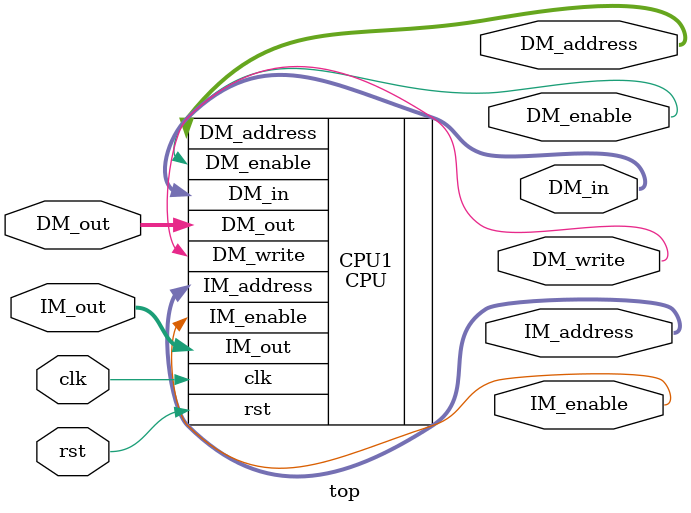
<source format=sv>
`include "pc.sv"
`include "decoder.sv"
`include "imm_generator.sv"
`include "alu_controller.sv"
`include "controller.sv"
`include "regfile.sv"
`include "alu.sv"

`include "CPU.sv"

module top(
  input clk,
  input rst,
  input [31:0] IM_out,
  input [31:0] DM_out,
  output IM_enable,
  output [31:0] IM_address,
  output DM_write,
  output DM_enable,
  output [31:0] DM_in,
  output [31:0] DM_address
);

  CPU CPU1 (
    .IM_enable(IM_enable),
    .IM_address(IM_address),
    .DM_write(DM_write),
    .DM_enable(DM_enable),
    .DM_in(DM_in),
    .DM_address(DM_address),
    .IM_out(IM_out),
    .DM_out(DM_out),
    .clk(clk),
    .rst(rst)
  );

endmodule

</source>
